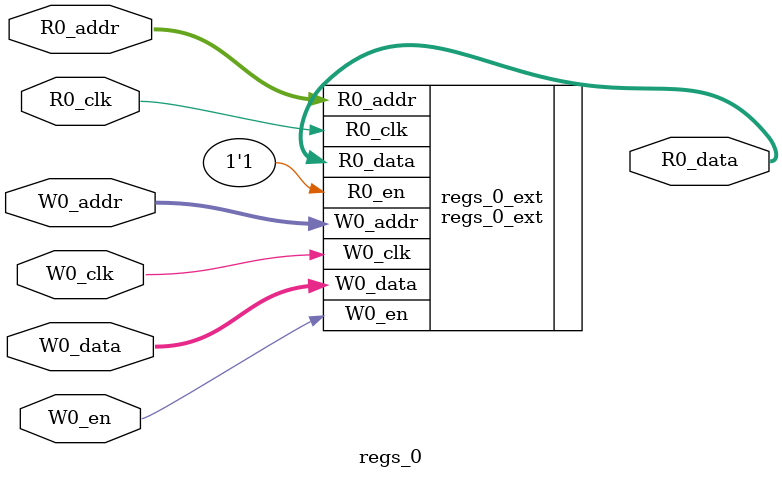
<source format=sv>
`ifndef RANDOMIZE
  `ifdef RANDOMIZE_MEM_INIT
    `define RANDOMIZE
  `endif // RANDOMIZE_MEM_INIT
`endif // not def RANDOMIZE
`ifndef RANDOMIZE
  `ifdef RANDOMIZE_REG_INIT
    `define RANDOMIZE
  `endif // RANDOMIZE_REG_INIT
`endif // not def RANDOMIZE

`ifndef RANDOM
  `define RANDOM $random
`endif // not def RANDOM

// Users can define INIT_RANDOM as general code that gets injected into the
// initializer block for modules with registers.
`ifndef INIT_RANDOM
  `define INIT_RANDOM
`endif // not def INIT_RANDOM

// If using random initialization, you can also define RANDOMIZE_DELAY to
// customize the delay used, otherwise 0.002 is used.
`ifndef RANDOMIZE_DELAY
  `define RANDOMIZE_DELAY 0.002
`endif // not def RANDOMIZE_DELAY

// Define INIT_RANDOM_PROLOG_ for use in our modules below.
`ifndef INIT_RANDOM_PROLOG_
  `ifdef RANDOMIZE
    `ifdef VERILATOR
      `define INIT_RANDOM_PROLOG_ `INIT_RANDOM
    `else  // VERILATOR
      `define INIT_RANDOM_PROLOG_ `INIT_RANDOM #`RANDOMIZE_DELAY begin end
    `endif // VERILATOR
  `else  // RANDOMIZE
    `define INIT_RANDOM_PROLOG_
  `endif // RANDOMIZE
`endif // not def INIT_RANDOM_PROLOG_

// Include register initializers in init blocks unless synthesis is set
`ifndef SYNTHESIS
  `ifndef ENABLE_INITIAL_REG_
    `define ENABLE_INITIAL_REG_
  `endif // not def ENABLE_INITIAL_REG_
`endif // not def SYNTHESIS

// Include rmemory initializers in init blocks unless synthesis is set
`ifndef SYNTHESIS
  `ifndef ENABLE_INITIAL_MEM_
    `define ENABLE_INITIAL_MEM_
  `endif // not def ENABLE_INITIAL_MEM_
`endif // not def SYNTHESIS

// Standard header to adapt well known macros for prints and assertions.

// Users can define 'PRINTF_COND' to add an extra gate to prints.
`ifndef PRINTF_COND_
  `ifdef PRINTF_COND
    `define PRINTF_COND_ (`PRINTF_COND)
  `else  // PRINTF_COND
    `define PRINTF_COND_ 1
  `endif // PRINTF_COND
`endif // not def PRINTF_COND_

// Users can define 'ASSERT_VERBOSE_COND' to add an extra gate to assert error printing.
`ifndef ASSERT_VERBOSE_COND_
  `ifdef ASSERT_VERBOSE_COND
    `define ASSERT_VERBOSE_COND_ (`ASSERT_VERBOSE_COND)
  `else  // ASSERT_VERBOSE_COND
    `define ASSERT_VERBOSE_COND_ 1
  `endif // ASSERT_VERBOSE_COND
`endif // not def ASSERT_VERBOSE_COND_

// Users can define 'STOP_COND' to add an extra gate to stop conditions.
`ifndef STOP_COND_
  `ifdef STOP_COND
    `define STOP_COND_ (`STOP_COND)
  `else  // STOP_COND
    `define STOP_COND_ 1
  `endif // STOP_COND
`endif // not def STOP_COND_

module regs_0(	// ventus/src/pipeline/regfile.scala:19:25
  input  [7:0]  R0_addr,
  input         R0_clk,
  output [31:0] R0_data,
  input  [7:0]  W0_addr,
  input         W0_en,
                W0_clk,
  input  [31:0] W0_data
);

  regs_0_ext regs_0_ext (	// ventus/src/pipeline/regfile.scala:19:25
    .R0_addr (R0_addr),
    .R0_en   (1'h1),	// ventus/src/pipeline/regfile.scala:19:25
    .R0_clk  (R0_clk),
    .R0_data (R0_data),
    .W0_addr (W0_addr),
    .W0_en   (W0_en),
    .W0_clk  (W0_clk),
    .W0_data (W0_data)
  );
endmodule


</source>
